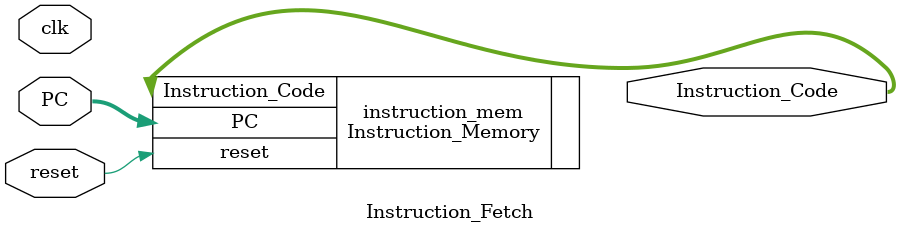
<source format=v>
`timescale 1ns / 1ps
module Instruction_Fetch(
	input clk,
    input reset,
    output [31:0] Instruction_Code,
    input [31:0] PC
    );

	
	Instruction_Memory instruction_mem(.PC(PC),.reset(reset),.Instruction_Code(Instruction_Code));
	 
//	always @(posedge clk, negedge reset)
//		begin
//			if(reset==0)
//				PCpls4 <= 0;
//			else
//			    PCpls4 <= PC;
//		end


endmodule

</source>
